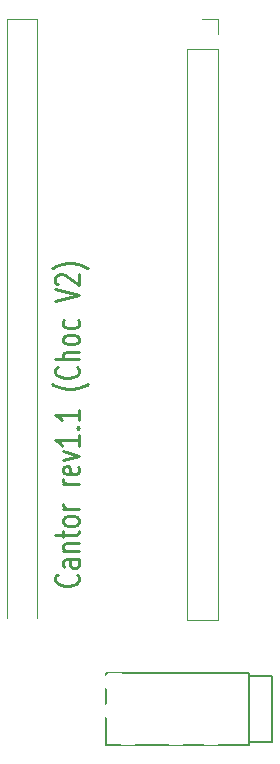
<source format=gto>
G04 #@! TF.GenerationSoftware,KiCad,Pcbnew,(6.0.5-0)*
G04 #@! TF.CreationDate,2023-02-14T11:13:25-08:00*
G04 #@! TF.ProjectId,keyboard_pcb,6b657962-6f61-4726-945f-7063622e6b69,rev1.0*
G04 #@! TF.SameCoordinates,Original*
G04 #@! TF.FileFunction,Legend,Top*
G04 #@! TF.FilePolarity,Positive*
%FSLAX46Y46*%
G04 Gerber Fmt 4.6, Leading zero omitted, Abs format (unit mm)*
G04 Created by KiCad (PCBNEW (6.0.5-0)) date 2023-02-14 11:13:25*
%MOMM*%
%LPD*%
G01*
G04 APERTURE LIST*
G04 Aperture macros list*
%AMHorizOval*
0 Thick line with rounded ends*
0 $1 width*
0 $2 $3 position (X,Y) of the first rounded end (center of the circle)*
0 $4 $5 position (X,Y) of the second rounded end (center of the circle)*
0 Add line between two ends*
20,1,$1,$2,$3,$4,$5,0*
0 Add two circle primitives to create the rounded ends*
1,1,$1,$2,$3*
1,1,$1,$4,$5*%
G04 Aperture macros list end*
%ADD10C,0.250000*%
%ADD11C,0.150000*%
%ADD12C,0.120000*%
%ADD13C,1.700000*%
%ADD14C,4.900000*%
%ADD15C,1.800000*%
%ADD16O,2.200000X1.600000*%
%ADD17C,2.400000*%
%ADD18O,2.200000X1.500000*%
%ADD19HorizOval,1.500000X1.449945X0.012653X-1.449945X-0.012653X0*%
%ADD20HorizOval,1.500000X1.449945X-0.012653X-1.449945X0.012653X0*%
%ADD21HorizOval,1.600000X0.298858X0.026147X-0.298858X-0.026147X0*%
%ADD22HorizOval,1.500000X1.445530X0.113766X-1.445530X-0.113766X0*%
%ADD23HorizOval,1.500000X0.348668X0.030505X-0.348668X-0.030505X0*%
%ADD24HorizOval,1.500000X1.443324X0.138976X-1.443324X-0.138976X0*%
%ADD25C,0.800000*%
%ADD26O,2.000000X1.600000*%
%ADD27HorizOval,1.600000X0.271892X-0.126785X-0.271892X0.126785X0*%
%ADD28HorizOval,1.500000X1.308749X-0.624241X-1.308749X0.624241X0*%
%ADD29HorizOval,1.500000X0.317208X-0.147916X-0.317208X0.147916X0*%
%ADD30HorizOval,1.500000X1.319444X-0.601305X-1.319444X0.601305X0*%
%ADD31R,1.700000X1.700000*%
%ADD32HorizOval,1.600000X0.295442X-0.052094X-0.295442X0.052094X0*%
%ADD33HorizOval,1.500000X1.425720X-0.264242X-1.425720X0.264242X0*%
%ADD34HorizOval,1.500000X0.344683X-0.060777X-0.344683X0.060777X0*%
%ADD35HorizOval,1.500000X1.430114X-0.239319X-1.430114X0.239319X0*%
G04 APERTURE END LIST*
D10*
X186294285Y-98750000D02*
X186389523Y-98821428D01*
X186484761Y-99035714D01*
X186484761Y-99178571D01*
X186389523Y-99392857D01*
X186199047Y-99535714D01*
X186008571Y-99607142D01*
X185627619Y-99678571D01*
X185341904Y-99678571D01*
X184960952Y-99607142D01*
X184770476Y-99535714D01*
X184580000Y-99392857D01*
X184484761Y-99178571D01*
X184484761Y-99035714D01*
X184580000Y-98821428D01*
X184675238Y-98750000D01*
X186484761Y-97464285D02*
X185437142Y-97464285D01*
X185246666Y-97535714D01*
X185151428Y-97678571D01*
X185151428Y-97964285D01*
X185246666Y-98107142D01*
X186389523Y-97464285D02*
X186484761Y-97607142D01*
X186484761Y-97964285D01*
X186389523Y-98107142D01*
X186199047Y-98178571D01*
X186008571Y-98178571D01*
X185818095Y-98107142D01*
X185722857Y-97964285D01*
X185722857Y-97607142D01*
X185627619Y-97464285D01*
X185151428Y-96750000D02*
X186484761Y-96750000D01*
X185341904Y-96750000D02*
X185246666Y-96678571D01*
X185151428Y-96535714D01*
X185151428Y-96321428D01*
X185246666Y-96178571D01*
X185437142Y-96107142D01*
X186484761Y-96107142D01*
X185151428Y-95607142D02*
X185151428Y-95035714D01*
X184484761Y-95392857D02*
X186199047Y-95392857D01*
X186389523Y-95321428D01*
X186484761Y-95178571D01*
X186484761Y-95035714D01*
X186484761Y-94321428D02*
X186389523Y-94464285D01*
X186294285Y-94535714D01*
X186103809Y-94607142D01*
X185532380Y-94607142D01*
X185341904Y-94535714D01*
X185246666Y-94464285D01*
X185151428Y-94321428D01*
X185151428Y-94107142D01*
X185246666Y-93964285D01*
X185341904Y-93892857D01*
X185532380Y-93821428D01*
X186103809Y-93821428D01*
X186294285Y-93892857D01*
X186389523Y-93964285D01*
X186484761Y-94107142D01*
X186484761Y-94321428D01*
X186484761Y-93178571D02*
X185151428Y-93178571D01*
X185532380Y-93178571D02*
X185341904Y-93107142D01*
X185246666Y-93035714D01*
X185151428Y-92892857D01*
X185151428Y-92750000D01*
X186484761Y-91107142D02*
X185151428Y-91107142D01*
X185532380Y-91107142D02*
X185341904Y-91035714D01*
X185246666Y-90964285D01*
X185151428Y-90821428D01*
X185151428Y-90678571D01*
X186389523Y-89607142D02*
X186484761Y-89750000D01*
X186484761Y-90035714D01*
X186389523Y-90178571D01*
X186199047Y-90250000D01*
X185437142Y-90250000D01*
X185246666Y-90178571D01*
X185151428Y-90035714D01*
X185151428Y-89750000D01*
X185246666Y-89607142D01*
X185437142Y-89535714D01*
X185627619Y-89535714D01*
X185818095Y-90250000D01*
X185151428Y-89035714D02*
X186484761Y-88678571D01*
X185151428Y-88321428D01*
X186484761Y-86964285D02*
X186484761Y-87821428D01*
X186484761Y-87392857D02*
X184484761Y-87392857D01*
X184770476Y-87535714D01*
X184960952Y-87678571D01*
X185056190Y-87821428D01*
X186294285Y-86321428D02*
X186389523Y-86250000D01*
X186484761Y-86321428D01*
X186389523Y-86392857D01*
X186294285Y-86321428D01*
X186484761Y-86321428D01*
X186484761Y-84821428D02*
X186484761Y-85678571D01*
X186484761Y-85250000D02*
X184484761Y-85250000D01*
X184770476Y-85392857D01*
X184960952Y-85535714D01*
X185056190Y-85678571D01*
X187246666Y-82607142D02*
X187151428Y-82678571D01*
X186865714Y-82821428D01*
X186675238Y-82892857D01*
X186389523Y-82964285D01*
X185913333Y-83035714D01*
X185532380Y-83035714D01*
X185056190Y-82964285D01*
X184770476Y-82892857D01*
X184580000Y-82821428D01*
X184294285Y-82678571D01*
X184199047Y-82607142D01*
X186294285Y-81178571D02*
X186389523Y-81250000D01*
X186484761Y-81464285D01*
X186484761Y-81607142D01*
X186389523Y-81821428D01*
X186199047Y-81964285D01*
X186008571Y-82035714D01*
X185627619Y-82107142D01*
X185341904Y-82107142D01*
X184960952Y-82035714D01*
X184770476Y-81964285D01*
X184580000Y-81821428D01*
X184484761Y-81607142D01*
X184484761Y-81464285D01*
X184580000Y-81250000D01*
X184675238Y-81178571D01*
X186484761Y-80535714D02*
X184484761Y-80535714D01*
X186484761Y-79892857D02*
X185437142Y-79892857D01*
X185246666Y-79964285D01*
X185151428Y-80107142D01*
X185151428Y-80321428D01*
X185246666Y-80464285D01*
X185341904Y-80535714D01*
X186484761Y-78964285D02*
X186389523Y-79107142D01*
X186294285Y-79178571D01*
X186103809Y-79249999D01*
X185532380Y-79249999D01*
X185341904Y-79178571D01*
X185246666Y-79107142D01*
X185151428Y-78964285D01*
X185151428Y-78749999D01*
X185246666Y-78607142D01*
X185341904Y-78535714D01*
X185532380Y-78464285D01*
X186103809Y-78464285D01*
X186294285Y-78535714D01*
X186389523Y-78607142D01*
X186484761Y-78749999D01*
X186484761Y-78964285D01*
X186389523Y-77178571D02*
X186484761Y-77321428D01*
X186484761Y-77607142D01*
X186389523Y-77749999D01*
X186294285Y-77821428D01*
X186103809Y-77892857D01*
X185532380Y-77892857D01*
X185341904Y-77821428D01*
X185246666Y-77749999D01*
X185151428Y-77607142D01*
X185151428Y-77321428D01*
X185246666Y-77178571D01*
X184484761Y-75607142D02*
X186484761Y-75107142D01*
X184484761Y-74607142D01*
X184675238Y-74178571D02*
X184580000Y-74107142D01*
X184484761Y-73964285D01*
X184484761Y-73607142D01*
X184580000Y-73464285D01*
X184675238Y-73392857D01*
X184865714Y-73321428D01*
X185056190Y-73321428D01*
X185341904Y-73392857D01*
X186484761Y-74249999D01*
X186484761Y-73321428D01*
X187246666Y-72821428D02*
X187151428Y-72749999D01*
X186865714Y-72607142D01*
X186675238Y-72535714D01*
X186389523Y-72464285D01*
X185913333Y-72392857D01*
X185532380Y-72392857D01*
X185056190Y-72464285D01*
X184770476Y-72535714D01*
X184580000Y-72607142D01*
X184294285Y-72749999D01*
X184199047Y-72821428D01*
D11*
X200860000Y-107320000D02*
X202860000Y-107320000D01*
X200860000Y-113170000D02*
X200860000Y-107070000D01*
X202860000Y-112920000D02*
X202860000Y-107320000D01*
X200860000Y-113170000D02*
X188760000Y-113170000D01*
X188760000Y-113170000D02*
X188760000Y-107070000D01*
X200860000Y-112920000D02*
X202860000Y-112920000D01*
X200860000Y-107070000D02*
X188760000Y-107070000D01*
D12*
X182965000Y-102530000D02*
X180425000Y-102530000D01*
X198265000Y-102590000D02*
X198265000Y-54270000D01*
X198265000Y-51670000D02*
X196935000Y-51670000D01*
X180425000Y-51730000D02*
X180425000Y-102530000D01*
X182965000Y-51730000D02*
X180425000Y-51730000D01*
X198265000Y-54270000D02*
X195605000Y-54270000D01*
X182965000Y-102530000D02*
X182965000Y-51730000D01*
X198265000Y-53000000D02*
X198265000Y-51670000D01*
X195605000Y-102590000D02*
X198265000Y-102590000D01*
X195605000Y-54270000D02*
X195605000Y-102590000D01*
%LPC*%
X180425000Y-102530000D02*
X182965000Y-102530000D01*
D13*
X169080000Y-98100000D03*
D14*
X164000000Y-98100000D03*
D13*
X158920000Y-98100000D03*
D15*
X169500000Y-98100000D03*
X158500000Y-98100000D03*
D16*
X169100000Y-102000000D03*
D17*
X160190000Y-95560000D03*
X167810000Y-95560000D03*
D16*
X158900000Y-102000000D03*
D18*
X164000000Y-104000000D03*
D19*
X167900042Y-92559599D03*
D17*
X161460000Y-93020000D03*
X166540000Y-93020000D03*
D20*
X160099958Y-92559599D03*
D15*
X150450000Y-96100000D03*
X139450000Y-96100000D03*
D13*
X150030000Y-96100000D03*
X139870000Y-96100000D03*
D14*
X144950000Y-96100000D03*
D16*
X139850000Y-100000000D03*
D17*
X148760000Y-93560000D03*
D16*
X150050000Y-100000000D03*
D17*
X141140000Y-93560000D03*
D18*
X144950000Y-102000000D03*
D17*
X147490000Y-91020000D03*
D19*
X148850042Y-90559599D03*
D20*
X141049958Y-90559599D03*
D17*
X142410000Y-91020000D03*
D15*
X93300000Y-108100000D03*
X82300000Y-108100000D03*
D14*
X87800000Y-108100000D03*
D13*
X92880000Y-108100000D03*
X82720000Y-108100000D03*
D16*
X82700000Y-112000000D03*
D17*
X83990000Y-105560000D03*
X91610000Y-105560000D03*
D16*
X92900000Y-112000000D03*
D17*
X90340000Y-103020000D03*
X85260000Y-103020000D03*
D19*
X91700042Y-102559599D03*
D20*
X83899958Y-102559599D03*
D18*
X87800000Y-114000000D03*
D13*
X111930000Y-58000000D03*
D14*
X106850000Y-58000000D03*
D15*
X112350000Y-58000000D03*
D13*
X101770000Y-58000000D03*
D15*
X101350000Y-58000000D03*
D16*
X101750000Y-61900000D03*
D17*
X110660000Y-55460000D03*
D16*
X111950000Y-61900000D03*
D17*
X103040000Y-55460000D03*
D19*
X110750042Y-52459599D03*
D18*
X106850000Y-63900000D03*
D17*
X109390000Y-52920000D03*
D20*
X102949958Y-52459599D03*
D17*
X104310000Y-52920000D03*
D13*
X73830000Y-89050000D03*
D15*
X74250000Y-89050000D03*
D13*
X63670000Y-89050000D03*
D15*
X63250000Y-89050000D03*
D14*
X68750000Y-89050000D03*
D17*
X72560000Y-86510000D03*
D16*
X73850000Y-92950000D03*
X63650000Y-92950000D03*
D17*
X64940000Y-86510000D03*
D19*
X72650042Y-83509599D03*
D18*
X68750000Y-94950000D03*
D17*
X71290000Y-83970000D03*
X66210000Y-83970000D03*
D20*
X64849958Y-83509599D03*
D15*
X150450000Y-58000000D03*
D13*
X139870000Y-58000000D03*
X150030000Y-58000000D03*
D15*
X139450000Y-58000000D03*
D14*
X144950000Y-58000000D03*
D17*
X141140000Y-55460000D03*
D16*
X150050000Y-61900000D03*
D17*
X148760000Y-55460000D03*
D16*
X139850000Y-61900000D03*
D17*
X142410000Y-52920000D03*
D20*
X141049958Y-52459599D03*
D18*
X144950000Y-63900000D03*
D17*
X147490000Y-52920000D03*
D19*
X148850042Y-52459599D03*
D13*
X101770000Y-77050000D03*
D15*
X112350000Y-77050000D03*
X101350000Y-77050000D03*
D13*
X111930000Y-77050000D03*
D14*
X106850000Y-77050000D03*
D16*
X111950000Y-80950000D03*
D17*
X103040000Y-74510000D03*
X110660000Y-74510000D03*
D16*
X101750000Y-80950000D03*
D20*
X102949958Y-71509599D03*
D18*
X106850000Y-82950000D03*
D17*
X109390000Y-71970000D03*
X104310000Y-71970000D03*
D19*
X110750042Y-71509599D03*
D13*
X145860669Y-118757249D03*
X135739331Y-119642751D03*
D15*
X146279071Y-118720643D03*
D14*
X140800000Y-119200000D03*
D15*
X135320929Y-119679357D03*
D21*
X136059314Y-123529654D03*
X146220500Y-122640665D03*
D17*
X136783123Y-117001729D03*
X144374126Y-116337602D03*
X142887583Y-113917955D03*
D22*
X136431921Y-114020593D03*
D23*
X141314219Y-125077549D03*
D17*
X137826914Y-114360707D03*
D24*
X144202323Y-113340771D03*
D14*
X87800000Y-70000000D03*
D13*
X82720000Y-70000000D03*
X92880000Y-70000000D03*
D15*
X82300000Y-70000000D03*
X93300000Y-70000000D03*
D16*
X82700000Y-73900000D03*
X92900000Y-73900000D03*
D17*
X91610000Y-67460000D03*
X83990000Y-67460000D03*
D19*
X91700042Y-64459599D03*
D20*
X83899958Y-64459599D03*
D18*
X87800000Y-75900000D03*
D17*
X90340000Y-64920000D03*
X85260000Y-64920000D03*
D13*
X139870000Y-77050000D03*
X150030000Y-77050000D03*
D15*
X139450000Y-77050000D03*
X150450000Y-77050000D03*
D14*
X144950000Y-77050000D03*
D17*
X148760000Y-74510000D03*
X141140000Y-74510000D03*
D16*
X139850000Y-80950000D03*
X150050000Y-80950000D03*
D20*
X141049958Y-71509599D03*
D17*
X147490000Y-71970000D03*
D18*
X144950000Y-82950000D03*
D17*
X142410000Y-71970000D03*
D19*
X148850042Y-71509599D03*
D14*
X125900000Y-91100000D03*
D13*
X120820000Y-91100000D03*
D15*
X120400000Y-91100000D03*
D13*
X130980000Y-91100000D03*
D15*
X131400000Y-91100000D03*
D17*
X129710000Y-88560000D03*
D16*
X131000000Y-95000000D03*
D17*
X122090000Y-88560000D03*
D16*
X120800000Y-95000000D03*
D19*
X129800042Y-85559599D03*
D17*
X128440000Y-86020000D03*
X123360000Y-86020000D03*
D20*
X121999958Y-85559599D03*
D18*
X125900000Y-97000000D03*
D15*
X120400000Y-53000000D03*
D14*
X125900000Y-53000000D03*
D13*
X120820000Y-53000000D03*
D15*
X131400000Y-53000000D03*
D13*
X130980000Y-53000000D03*
D17*
X122090000Y-50460000D03*
D16*
X131000000Y-56900000D03*
X120800000Y-56900000D03*
D17*
X129710000Y-50460000D03*
D20*
X121999958Y-47459599D03*
D17*
X123360000Y-47920000D03*
X128440000Y-47920000D03*
D18*
X125900000Y-58900000D03*
D19*
X129800042Y-47459599D03*
D15*
X112350000Y-96100000D03*
D13*
X111930000Y-96100000D03*
D15*
X101350000Y-96100000D03*
D14*
X106850000Y-96100000D03*
D13*
X101770000Y-96100000D03*
D17*
X110660000Y-93560000D03*
X103040000Y-93560000D03*
D16*
X111950000Y-100000000D03*
X101750000Y-100000000D03*
D20*
X102949958Y-90559599D03*
D17*
X109390000Y-91020000D03*
X104310000Y-91020000D03*
D18*
X106850000Y-102000000D03*
D19*
X110750042Y-90559599D03*
D25*
X192260000Y-110120000D03*
X199260000Y-110120000D03*
X199260000Y-108020000D03*
X192260000Y-108020000D03*
D26*
X189560000Y-107820000D03*
X189560000Y-110320000D03*
X190660000Y-112420000D03*
X190660000Y-105720000D03*
X197660000Y-112420000D03*
X194660000Y-105720000D03*
X197660000Y-105720000D03*
X194660000Y-112420000D03*
D14*
X164000000Y-79050000D03*
D15*
X158500000Y-79050000D03*
X169500000Y-79050000D03*
D13*
X158920000Y-79050000D03*
X169080000Y-79050000D03*
D17*
X160190000Y-76510000D03*
D16*
X158900000Y-82950000D03*
X169100000Y-82950000D03*
D17*
X167810000Y-76510000D03*
D20*
X160099958Y-73509599D03*
D17*
X166540000Y-73970000D03*
D19*
X167900042Y-73509599D03*
D18*
X164000000Y-84950000D03*
D17*
X161460000Y-73970000D03*
D13*
X188404044Y-129346901D03*
X179195956Y-125053099D03*
D14*
X183800000Y-127200000D03*
D15*
X188784693Y-129524400D03*
X178815307Y-124875600D03*
D17*
X181420418Y-123287803D03*
D27*
X186773958Y-132889954D03*
D17*
X188326483Y-126508154D03*
D27*
X177529619Y-128579247D03*
D28*
X182606836Y-120530462D03*
D29*
X181306552Y-132547216D03*
D30*
X189676113Y-123826920D03*
D17*
X183644879Y-121522506D03*
X188248923Y-123669407D03*
D13*
X82720000Y-89050000D03*
X92880000Y-89050000D03*
D15*
X93300000Y-89050000D03*
D14*
X87800000Y-89050000D03*
D15*
X82300000Y-89050000D03*
D16*
X92900000Y-92950000D03*
D17*
X83990000Y-86510000D03*
X91610000Y-86510000D03*
D16*
X82700000Y-92950000D03*
D18*
X87800000Y-94950000D03*
D17*
X85260000Y-83970000D03*
D19*
X91700042Y-83509599D03*
D17*
X90340000Y-83970000D03*
D20*
X83899958Y-83509599D03*
D31*
X179035000Y-53020000D03*
X196935000Y-53000000D03*
D13*
X179035000Y-55560000D03*
X196935000Y-55540000D03*
X196935000Y-58080000D03*
X179035000Y-58100000D03*
X196935000Y-60620000D03*
X179035000Y-60640000D03*
X196935000Y-63160000D03*
X179035000Y-63180000D03*
X196935000Y-65700000D03*
X179035000Y-65720000D03*
X179035000Y-68260000D03*
X196935000Y-68240000D03*
X179035000Y-70800000D03*
X196935000Y-70780000D03*
X196935000Y-73320000D03*
X179035000Y-73340000D03*
X196935000Y-75860000D03*
X179035000Y-75880000D03*
X179035000Y-78420000D03*
X196935000Y-78400000D03*
X196935000Y-80940000D03*
X179035000Y-80960000D03*
X196935000Y-83480000D03*
X179035000Y-83500000D03*
X196935000Y-86020000D03*
X179035000Y-86040000D03*
X179035000Y-88580000D03*
X196935000Y-88560000D03*
X179035000Y-91120000D03*
X196935000Y-91100000D03*
X196935000Y-93640000D03*
X179035000Y-93660000D03*
X196935000Y-96180000D03*
X179035000Y-96200000D03*
X196935000Y-98720000D03*
X179035000Y-98740000D03*
X179035000Y-101280000D03*
X196935000Y-101260000D03*
X194275000Y-101280000D03*
X181695000Y-101260000D03*
X194275000Y-98740000D03*
X181695000Y-98720000D03*
X181695000Y-96180000D03*
X194275000Y-96200000D03*
X181695000Y-93640000D03*
X194275000Y-93660000D03*
X194275000Y-91120000D03*
X181695000Y-91100000D03*
X181695000Y-88560000D03*
X194275000Y-88580000D03*
X181695000Y-86020000D03*
X194275000Y-86040000D03*
X194275000Y-83500000D03*
X181695000Y-83480000D03*
X194275000Y-80960000D03*
X181695000Y-80940000D03*
X181695000Y-78400000D03*
X194275000Y-78420000D03*
X181695000Y-75860000D03*
X194275000Y-75880000D03*
X194275000Y-73340000D03*
X181695000Y-73320000D03*
X194275000Y-70800000D03*
X181695000Y-70780000D03*
X181695000Y-68240000D03*
X194275000Y-68260000D03*
X194275000Y-65720000D03*
X181695000Y-65700000D03*
X181695000Y-63160000D03*
X194275000Y-63180000D03*
X194275000Y-60640000D03*
X181695000Y-60620000D03*
X181695000Y-58080000D03*
X194275000Y-58100000D03*
X181695000Y-55540000D03*
X194275000Y-55560000D03*
X181695000Y-53000000D03*
X194275000Y-53020000D03*
D15*
X158500000Y-60000000D03*
X169500000Y-60000000D03*
D13*
X169080000Y-60000000D03*
X158920000Y-60000000D03*
D14*
X164000000Y-60000000D03*
D17*
X160190000Y-57460000D03*
X167810000Y-57460000D03*
D16*
X158900000Y-63900000D03*
X169100000Y-63900000D03*
D17*
X166540000Y-54920000D03*
X161460000Y-54920000D03*
D19*
X167900042Y-54459599D03*
D20*
X160099958Y-54459599D03*
D18*
X164000000Y-65900000D03*
D15*
X63250000Y-108100000D03*
D13*
X73830000Y-108100000D03*
X63670000Y-108100000D03*
D14*
X68750000Y-108100000D03*
D15*
X74250000Y-108100000D03*
D16*
X63650000Y-112000000D03*
D17*
X72560000Y-105560000D03*
X64940000Y-105560000D03*
D16*
X73850000Y-112000000D03*
D17*
X66210000Y-103020000D03*
D18*
X68750000Y-114000000D03*
D20*
X64849958Y-102559599D03*
D19*
X72650042Y-102559599D03*
D17*
X71290000Y-103020000D03*
D14*
X125900000Y-72050000D03*
D13*
X130980000Y-72050000D03*
D15*
X120400000Y-72050000D03*
D13*
X120820000Y-72050000D03*
D15*
X131400000Y-72050000D03*
D17*
X129710000Y-69510000D03*
D16*
X120800000Y-75950000D03*
D17*
X122090000Y-69510000D03*
D16*
X131000000Y-75950000D03*
D18*
X125900000Y-77950000D03*
D17*
X128440000Y-66970000D03*
D19*
X129800042Y-66509599D03*
D17*
X123360000Y-66970000D03*
D20*
X121999958Y-66509599D03*
D13*
X73830000Y-70000000D03*
X63670000Y-70000000D03*
D15*
X63250000Y-70000000D03*
X74250000Y-70000000D03*
D14*
X68750000Y-70000000D03*
D17*
X64940000Y-67460000D03*
X72560000Y-67460000D03*
D16*
X73850000Y-73900000D03*
X63650000Y-73900000D03*
D17*
X66210000Y-64920000D03*
D18*
X68750000Y-75900000D03*
D17*
X71290000Y-64920000D03*
D19*
X72650042Y-64459599D03*
D20*
X64849958Y-64459599D03*
D14*
X162800000Y-120200000D03*
D13*
X167802823Y-121082133D03*
D15*
X168216443Y-121155065D03*
D13*
X157797177Y-119317867D03*
D15*
X157383557Y-119244935D03*
D32*
X167145292Y-124926356D03*
X157100253Y-123155145D03*
D17*
X159488949Y-117036989D03*
X166993184Y-118360188D03*
X161180721Y-114756110D03*
X166183544Y-115638243D03*
D33*
X159921289Y-114066535D03*
D34*
X161775476Y-126010366D03*
D35*
X167602872Y-115421006D03*
M02*

</source>
